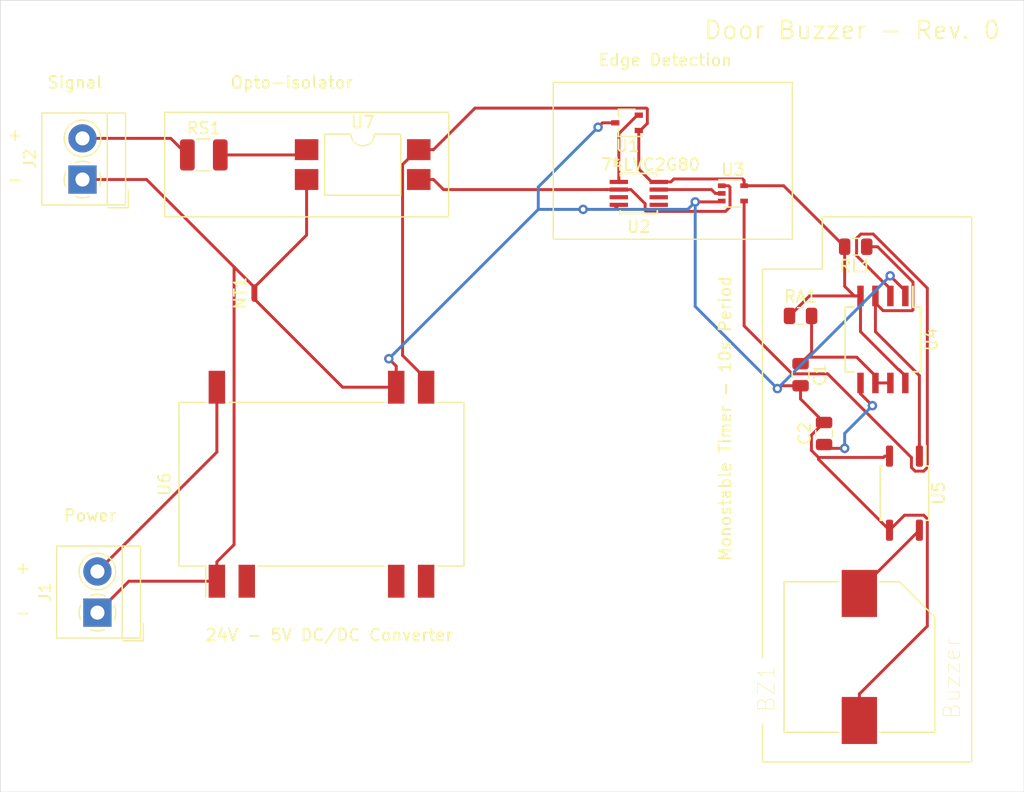
<source format=kicad_pcb>
(kicad_pcb (version 20171130) (host pcbnew "(5.1.2)-1")

  (general
    (thickness 1.6)
    (drawings 32)
    (tracks 159)
    (zones 0)
    (modules 16)
    (nets 18)
  )

  (page USLetter)
  (title_block
    (title "Door Buzzer")
    (date 2019-07-22)
    (rev 0)
    (company "Circuit Launch")
  )

  (layers
    (0 F.Cu signal)
    (31 B.Cu signal)
    (32 B.Adhes user)
    (33 F.Adhes user)
    (34 B.Paste user)
    (35 F.Paste user)
    (36 B.SilkS user)
    (37 F.SilkS user)
    (38 B.Mask user)
    (39 F.Mask user)
    (40 Dwgs.User user)
    (41 Cmts.User user)
    (42 Eco1.User user)
    (43 Eco2.User user)
    (44 Edge.Cuts user)
    (45 Margin user)
    (46 B.CrtYd user)
    (47 F.CrtYd user)
    (48 B.Fab user)
    (49 F.Fab user)
  )

  (setup
    (last_trace_width 0.25)
    (trace_clearance 0.25)
    (zone_clearance 0.508)
    (zone_45_only no)
    (trace_min 0.25)
    (via_size 0.8)
    (via_drill 0.4)
    (via_min_size 0.4)
    (via_min_drill 0.3)
    (uvia_size 0.3)
    (uvia_drill 0.1)
    (uvias_allowed no)
    (uvia_min_size 0.2)
    (uvia_min_drill 0.1)
    (edge_width 0.05)
    (segment_width 0.2)
    (pcb_text_width 0.3)
    (pcb_text_size 1.5 1.5)
    (mod_edge_width 0.12)
    (mod_text_size 1 1)
    (mod_text_width 0.15)
    (pad_size 1.524 1.524)
    (pad_drill 0.762)
    (pad_to_mask_clearance 0.051)
    (solder_mask_min_width 0.25)
    (aux_axis_origin 0 0)
    (visible_elements 7FFFFFFF)
    (pcbplotparams
      (layerselection 0x010fc_ffffffff)
      (usegerberextensions false)
      (usegerberattributes false)
      (usegerberadvancedattributes false)
      (creategerberjobfile false)
      (excludeedgelayer true)
      (linewidth 0.100000)
      (plotframeref false)
      (viasonmask false)
      (mode 1)
      (useauxorigin false)
      (hpglpennumber 1)
      (hpglpenspeed 20)
      (hpglpendiameter 15.000000)
      (psnegative false)
      (psa4output false)
      (plotreference true)
      (plotvalue true)
      (plotinvisibletext false)
      (padsonsilk false)
      (subtractmaskfromsilk false)
      (outputformat 1)
      (mirror false)
      (drillshape 1)
      (scaleselection 1)
      (outputdirectory ""))
  )

  (net 0 "")
  (net 1 "Net-(BZ1-Pad1)")
  (net 2 "Net-(C1-Pad1)")
  (net 3 GND)
  (net 4 "Net-(C2-Pad1)")
  (net 5 /Input)
  (net 6 /TimerOutput)
  (net 7 /Clock)
  (net 8 "Net-(U2-Pad7)")
  (net 9 /EdgeDetection)
  (net 10 "Net-(J2-Pad2)")
  (net 11 "Net-(U6-Pad7)")
  (net 12 "Net-(U6-Pad8)")
  (net 13 "Net-(RS1-Pad2)")
  (net 14 +24V)
  (net 15 "Net-(U6-Pad2)")
  (net 16 GNDD)
  (net 17 +5V)

  (net_class Default "This is the default net class."
    (clearance 0.25)
    (trace_width 0.25)
    (via_dia 0.8)
    (via_drill 0.4)
    (uvia_dia 0.3)
    (uvia_drill 0.1)
    (diff_pair_width 0.25)
    (diff_pair_gap 0.25)
    (add_net +24V)
    (add_net +5V)
    (add_net /Clock)
    (add_net /EdgeDetection)
    (add_net /Input)
    (add_net /TimerOutput)
    (add_net GND)
    (add_net GNDD)
    (add_net "Net-(BZ1-Pad1)")
    (add_net "Net-(C1-Pad1)")
    (add_net "Net-(C2-Pad1)")
    (add_net "Net-(J2-Pad2)")
    (add_net "Net-(RS1-Pad2)")
    (add_net "Net-(U2-Pad7)")
    (add_net "Net-(U6-Pad2)")
    (add_net "Net-(U6-Pad7)")
    (add_net "Net-(U6-Pad8)")
  )

  (module Package_SO:SO-8_5.3x6.2mm_P1.27mm placed (layer F.Cu) (tedit 5A02F2D3) (tstamp 5D3A7217)
    (at 127.71 98.69 270)
    (descr "8-Lead Plastic Small Outline, 5.3x6.2mm Body (http://www.ti.com.cn/cn/lit/ds/symlink/tl7705a.pdf)")
    (tags "SOIC 1.27")
    (path /5CD1CA38)
    (attr smd)
    (fp_text reference U4 (at 0 -4.13 90) (layer F.SilkS)
      (effects (font (size 1 1) (thickness 0.15)))
    )
    (fp_text value NE555 (at 0 4.13 90) (layer F.Fab)
      (effects (font (size 1 1) (thickness 0.15)))
    )
    (fp_line (start -2.75 -2.55) (end -4.5 -2.55) (layer F.SilkS) (width 0.15))
    (fp_line (start -2.75 3.205) (end 2.75 3.205) (layer F.SilkS) (width 0.15))
    (fp_line (start -2.75 -3.205) (end 2.75 -3.205) (layer F.SilkS) (width 0.15))
    (fp_line (start -2.75 3.205) (end -2.75 2.455) (layer F.SilkS) (width 0.15))
    (fp_line (start 2.75 3.205) (end 2.75 2.455) (layer F.SilkS) (width 0.15))
    (fp_line (start 2.75 -3.205) (end 2.75 -2.455) (layer F.SilkS) (width 0.15))
    (fp_line (start -2.75 -3.205) (end -2.75 -2.55) (layer F.SilkS) (width 0.15))
    (fp_line (start -4.83 3.35) (end 4.83 3.35) (layer F.CrtYd) (width 0.05))
    (fp_line (start -4.83 -3.35) (end 4.83 -3.35) (layer F.CrtYd) (width 0.05))
    (fp_line (start 4.83 -3.35) (end 4.83 3.35) (layer F.CrtYd) (width 0.05))
    (fp_line (start -4.83 -3.35) (end -4.83 3.35) (layer F.CrtYd) (width 0.05))
    (fp_line (start -2.65 -2.1) (end -1.65 -3.1) (layer F.Fab) (width 0.15))
    (fp_line (start -2.65 3.1) (end -2.65 -2.1) (layer F.Fab) (width 0.15))
    (fp_line (start 2.65 3.1) (end -2.65 3.1) (layer F.Fab) (width 0.15))
    (fp_line (start 2.65 -3.1) (end 2.65 3.1) (layer F.Fab) (width 0.15))
    (fp_line (start -1.65 -3.1) (end 2.65 -3.1) (layer F.Fab) (width 0.15))
    (fp_text user %R (at 0 0 90) (layer F.Fab)
      (effects (font (size 1 1) (thickness 0.15)))
    )
    (pad 8 smd rect (at 3.7 -1.905 270) (size 1.75 0.55) (layers F.Cu F.Paste F.Mask)
      (net 17 +5V))
    (pad 7 smd rect (at 3.7 -0.635 270) (size 1.75 0.55) (layers F.Cu F.Paste F.Mask)
      (net 2 "Net-(C1-Pad1)"))
    (pad 6 smd rect (at 3.7 0.635 270) (size 1.75 0.55) (layers F.Cu F.Paste F.Mask)
      (net 2 "Net-(C1-Pad1)"))
    (pad 5 smd rect (at 3.7 1.905 270) (size 1.75 0.55) (layers F.Cu F.Paste F.Mask)
      (net 4 "Net-(C2-Pad1)"))
    (pad 4 smd rect (at -3.7 1.905 270) (size 1.75 0.55) (layers F.Cu F.Paste F.Mask)
      (net 17 +5V))
    (pad 3 smd rect (at -3.7 0.635 270) (size 1.75 0.55) (layers F.Cu F.Paste F.Mask)
      (net 6 /TimerOutput))
    (pad 2 smd rect (at -3.7 -0.635 270) (size 1.75 0.55) (layers F.Cu F.Paste F.Mask)
      (net 9 /EdgeDetection))
    (pad 1 smd rect (at -3.7 -1.905 270) (size 1.75 0.55) (layers F.Cu F.Paste F.Mask)
      (net 16 GNDD))
    (model ${KISYS3DMOD}/Package_SO.3dshapes/SO-8_5.3x6.2mm_P1.27mm.wrl
      (at (xyz 0 0 0))
      (scale (xyz 1 1 1))
      (rotate (xyz 0 0 0))
    )
  )

  (module NetTie:NetTie-2_SMD_Pad0.5mm placed (layer F.Cu) (tedit 5A1CF6D3) (tstamp 5D3A7352)
    (at 74.295 94.75 90)
    (descr "Net tie, 2 pin, 0.5mm square SMD pads")
    (tags "net tie")
    (path /5D3C9BF9)
    (attr virtual)
    (fp_text reference NT1 (at 0 -1.2 90) (layer F.SilkS)
      (effects (font (size 1 1) (thickness 0.15)))
    )
    (fp_text value Net-Tie_2 (at 0 1.2 90) (layer F.Fab)
      (effects (font (size 1 1) (thickness 0.15)))
    )
    (fp_line (start -1 -0.5) (end -1 0.5) (layer F.CrtYd) (width 0.05))
    (fp_line (start -1 0.5) (end 1 0.5) (layer F.CrtYd) (width 0.05))
    (fp_line (start 1 0.5) (end 1 -0.5) (layer F.CrtYd) (width 0.05))
    (fp_line (start 1 -0.5) (end -1 -0.5) (layer F.CrtYd) (width 0.05))
    (fp_poly (pts (xy -0.5 -0.25) (xy 0.5 -0.25) (xy 0.5 0.25) (xy -0.5 0.25)) (layer F.Cu) (width 0))
    (pad 2 smd circle (at 0.5 0 90) (size 0.5 0.5) (layers F.Cu)
      (net 3 GND))
    (pad 1 smd circle (at -0.5 0 90) (size 0.5 0.5) (layers F.Cu)
      (net 16 GNDD))
  )

  (module Resistor_SMD:R_0805_2012Metric (layer F.Cu) (tedit 5B36C52B) (tstamp 5D3A72F5)
    (at 125.3975 90.805 180)
    (descr "Resistor SMD 0805 (2012 Metric), square (rectangular) end terminal, IPC_7351 nominal, (Body size source: https://docs.google.com/spreadsheets/d/1BsfQQcO9C6DZCsRaXUlFlo91Tg2WpOkGARC1WS5S8t0/edit?usp=sharing), generated with kicad-footprint-generator")
    (tags resistor)
    (path /5CE932F1)
    (attr smd)
    (fp_text reference RL1 (at 0 -1.65) (layer F.SilkS)
      (effects (font (size 1 1) (thickness 0.15)))
    )
    (fp_text value 1M (at 0 1.65) (layer F.Fab)
      (effects (font (size 1 1) (thickness 0.15)))
    )
    (fp_text user %R (at 0 0) (layer F.Fab)
      (effects (font (size 0.5 0.5) (thickness 0.08)))
    )
    (fp_line (start 1.68 0.95) (end -1.68 0.95) (layer F.CrtYd) (width 0.05))
    (fp_line (start 1.68 -0.95) (end 1.68 0.95) (layer F.CrtYd) (width 0.05))
    (fp_line (start -1.68 -0.95) (end 1.68 -0.95) (layer F.CrtYd) (width 0.05))
    (fp_line (start -1.68 0.95) (end -1.68 -0.95) (layer F.CrtYd) (width 0.05))
    (fp_line (start -0.258578 0.71) (end 0.258578 0.71) (layer F.SilkS) (width 0.12))
    (fp_line (start -0.258578 -0.71) (end 0.258578 -0.71) (layer F.SilkS) (width 0.12))
    (fp_line (start 1 0.6) (end -1 0.6) (layer F.Fab) (width 0.1))
    (fp_line (start 1 -0.6) (end 1 0.6) (layer F.Fab) (width 0.1))
    (fp_line (start -1 -0.6) (end 1 -0.6) (layer F.Fab) (width 0.1))
    (fp_line (start -1 0.6) (end -1 -0.6) (layer F.Fab) (width 0.1))
    (pad 2 smd roundrect (at 0.9375 0 180) (size 0.975 1.4) (layers F.Cu F.Paste F.Mask) (roundrect_rratio 0.25)
      (net 17 +5V))
    (pad 1 smd roundrect (at -0.9375 0 180) (size 0.975 1.4) (layers F.Cu F.Paste F.Mask) (roundrect_rratio 0.25)
      (net 6 /TimerOutput))
    (model ${KISYS3DMOD}/Resistor_SMD.3dshapes/R_0805_2012Metric.wrl
      (at (xyz 0 0 0))
      (scale (xyz 1 1 1))
      (rotate (xyz 0 0 0))
    )
  )

  (module Resistor_SMD:R_0805_2012Metric (layer F.Cu) (tedit 5B36C52B) (tstamp 5D3A5140)
    (at 120.71 96.69)
    (descr "Resistor SMD 0805 (2012 Metric), square (rectangular) end terminal, IPC_7351 nominal, (Body size source: https://docs.google.com/spreadsheets/d/1BsfQQcO9C6DZCsRaXUlFlo91Tg2WpOkGARC1WS5S8t0/edit?usp=sharing), generated with kicad-footprint-generator")
    (tags resistor)
    (path /5CE8BE30)
    (attr smd)
    (fp_text reference RA1 (at 0 -1.65) (layer F.SilkS)
      (effects (font (size 1 1) (thickness 0.15)))
    )
    (fp_text value 1M (at 0 1.65) (layer F.Fab)
      (effects (font (size 1 1) (thickness 0.15)))
    )
    (fp_text user %R (at 0 0) (layer F.Fab)
      (effects (font (size 0.5 0.5) (thickness 0.08)))
    )
    (fp_line (start 1.68 0.95) (end -1.68 0.95) (layer F.CrtYd) (width 0.05))
    (fp_line (start 1.68 -0.95) (end 1.68 0.95) (layer F.CrtYd) (width 0.05))
    (fp_line (start -1.68 -0.95) (end 1.68 -0.95) (layer F.CrtYd) (width 0.05))
    (fp_line (start -1.68 0.95) (end -1.68 -0.95) (layer F.CrtYd) (width 0.05))
    (fp_line (start -0.258578 0.71) (end 0.258578 0.71) (layer F.SilkS) (width 0.12))
    (fp_line (start -0.258578 -0.71) (end 0.258578 -0.71) (layer F.SilkS) (width 0.12))
    (fp_line (start 1 0.6) (end -1 0.6) (layer F.Fab) (width 0.1))
    (fp_line (start 1 -0.6) (end 1 0.6) (layer F.Fab) (width 0.1))
    (fp_line (start -1 -0.6) (end 1 -0.6) (layer F.Fab) (width 0.1))
    (fp_line (start -1 0.6) (end -1 -0.6) (layer F.Fab) (width 0.1))
    (pad 2 smd roundrect (at 0.9375 0) (size 0.975 1.4) (layers F.Cu F.Paste F.Mask) (roundrect_rratio 0.25)
      (net 2 "Net-(C1-Pad1)"))
    (pad 1 smd roundrect (at -0.9375 0) (size 0.975 1.4) (layers F.Cu F.Paste F.Mask) (roundrect_rratio 0.25)
      (net 17 +5V))
    (model ${KISYS3DMOD}/Resistor_SMD.3dshapes/R_0805_2012Metric.wrl
      (at (xyz 0 0 0))
      (scale (xyz 1 1 1))
      (rotate (xyz 0 0 0))
    )
  )

  (module Converter_DCDC:Converter_DCDC_Artesyn_ATA_SMD placed (layer F.Cu) (tedit 5BF2C1CB) (tstamp 5D3A5230)
    (at 80 111 90)
    (descr "DCDC-Converter, Artesyn, ATA Series, 3W Single and Dual Output, 1500VDC Isolation, 24.0x13.7x8.0mm https://www.artesyn.com/power/assets/ata_series_ds_01apr2015_79c25814fd.pdf https://www.artesyn.com/power/assets/trn_dc-dc_ata_3w_series_releas1430412818_techref.pdf")
    (tags "DCDC SMD")
    (path /5D3D0A63)
    (attr smd)
    (fp_text reference U6 (at 0 -13.35 90) (layer F.SilkS)
      (effects (font (size 1 1) (thickness 0.15)))
    )
    (fp_text value ATA00A18S-L (at 0 13.5 90) (layer F.Fab)
      (effects (font (size 1 1) (thickness 0.15)))
    )
    (fp_text user %R (at 0 0 90) (layer F.Fab)
      (effects (font (size 1 1) (thickness 0.15)))
    )
    (fp_line (start 6.96 -7.93) (end 6.96 5.4) (layer F.SilkS) (width 0.12))
    (fp_line (start -6.96 -5.4) (end -6.96 5.39) (layer F.SilkS) (width 0.12))
    (fp_line (start -6.85 -11) (end -5.85 -12) (layer F.Fab) (width 0.1))
    (fp_line (start -7.1 9.84) (end -7.1 12.25) (layer F.CrtYd) (width 0.05))
    (fp_line (start -9.9 9.84) (end -7.1 9.84) (layer F.CrtYd) (width 0.05))
    (fp_line (start 7.1 9.84) (end 7.1 12.25) (layer F.CrtYd) (width 0.05))
    (fp_line (start 9.9 9.84) (end 7.1 9.84) (layer F.CrtYd) (width 0.05))
    (fp_line (start 7.1 -9.84) (end 9.9 -9.84) (layer F.CrtYd) (width 0.05))
    (fp_line (start 7.1 -12.25) (end 7.1 -9.84) (layer F.CrtYd) (width 0.05))
    (fp_line (start -7.1 -9.84) (end -7.1 -12.25) (layer F.CrtYd) (width 0.05))
    (fp_line (start -9.9 -9.84) (end -7.1 -9.84) (layer F.CrtYd) (width 0.05))
    (fp_line (start 6.96 9.84) (end 6.96 12.11) (layer F.SilkS) (width 0.12))
    (fp_line (start -6.96 9.84) (end -6.96 12.11) (layer F.SilkS) (width 0.12))
    (fp_line (start 6.96 12.11) (end -6.96 12.11) (layer F.SilkS) (width 0.12))
    (fp_line (start 6.96 -12.11) (end 6.96 -9.84) (layer F.SilkS) (width 0.12))
    (fp_line (start -6.96 -9.84) (end -9.55 -9.84) (layer F.SilkS) (width 0.12))
    (fp_line (start -6.96 -12.11) (end -6.96 -9.84) (layer F.SilkS) (width 0.12))
    (fp_line (start 6.96 -12.11) (end -6.96 -12.11) (layer F.SilkS) (width 0.12))
    (fp_line (start 9.9 9.84) (end 9.9 -9.84) (layer F.CrtYd) (width 0.05))
    (fp_line (start -7.1 12.25) (end 7.1 12.25) (layer F.CrtYd) (width 0.05))
    (fp_line (start -9.9 -9.84) (end -9.9 9.84) (layer F.CrtYd) (width 0.05))
    (fp_line (start 7.1 -12.25) (end -7.1 -12.25) (layer F.CrtYd) (width 0.05))
    (fp_line (start 6.85 -12) (end -5.85 -12) (layer F.Fab) (width 0.1))
    (fp_line (start 6.85 12) (end 6.85 -12) (layer F.Fab) (width 0.1))
    (fp_line (start -6.85 12) (end 6.85 12) (layer F.Fab) (width 0.1))
    (fp_line (start -6.85 -11) (end -6.85 12) (layer F.Fab) (width 0.1))
    (pad 16 smd rect (at 8.25 -8.89 90) (size 2.8 1.4) (layers F.Cu F.Paste F.Mask)
      (net 14 +24V))
    (pad 10 smd rect (at 8.25 6.35 90) (size 2.8 1.4) (layers F.Cu F.Paste F.Mask)
      (net 16 GNDD))
    (pad 9 smd rect (at 8.25 8.89 90) (size 2.8 1.4) (layers F.Cu F.Paste F.Mask)
      (net 17 +5V))
    (pad 8 smd rect (at -8.25 8.89 90) (size 2.8 1.4) (layers F.Cu F.Paste F.Mask)
      (net 12 "Net-(U6-Pad8)"))
    (pad 7 smd rect (at -8.25 6.35 90) (size 2.8 1.4) (layers F.Cu F.Paste F.Mask)
      (net 11 "Net-(U6-Pad7)"))
    (pad 2 smd rect (at -8.25 -6.35 90) (size 2.8 1.4) (layers F.Cu F.Paste F.Mask)
      (net 15 "Net-(U6-Pad2)"))
    (pad 1 smd rect (at -8.25 -8.89 90) (size 2.8 1.4) (layers F.Cu F.Paste F.Mask)
      (net 3 GND))
    (model ${KISYS3DMOD}/Converter_DCDC.3dshapes/Converter_DCDC_Artesyn_ATA_SMD.wrl
      (at (xyz 0 0 0))
      (scale (xyz 1 1 1))
      (rotate (xyz 0 0 0))
    )
  )

  (module Package_DIP:SMDIP-4_W9.53mm placed (layer F.Cu) (tedit 5A02E8C5) (tstamp 5D3A6C28)
    (at 83.5 83.82)
    (descr "4-lead surface-mounted (SMD) DIP package, row spacing 9.53 mm (375 mils)")
    (tags "SMD DIP DIL PDIP SMDIP 2.54mm 9.53mm 375mil")
    (path /5D38E560)
    (attr smd)
    (fp_text reference U7 (at 0 -3.6) (layer F.SilkS)
      (effects (font (size 1 1) (thickness 0.15)))
    )
    (fp_text value LTV-817S (at 0 3.6) (layer F.Fab)
      (effects (font (size 1 1) (thickness 0.15)))
    )
    (fp_text user %R (at 0 0) (layer F.Fab)
      (effects (font (size 1 1) (thickness 0.15)))
    )
    (fp_line (start 6.05 -2.8) (end -6.05 -2.8) (layer F.CrtYd) (width 0.05))
    (fp_line (start 6.05 2.8) (end 6.05 -2.8) (layer F.CrtYd) (width 0.05))
    (fp_line (start -6.05 2.8) (end 6.05 2.8) (layer F.CrtYd) (width 0.05))
    (fp_line (start -6.05 -2.8) (end -6.05 2.8) (layer F.CrtYd) (width 0.05))
    (fp_line (start 3.235 -2.6) (end 1 -2.6) (layer F.SilkS) (width 0.12))
    (fp_line (start 3.235 2.6) (end 3.235 -2.6) (layer F.SilkS) (width 0.12))
    (fp_line (start -3.235 2.6) (end 3.235 2.6) (layer F.SilkS) (width 0.12))
    (fp_line (start -3.235 -2.6) (end -3.235 2.6) (layer F.SilkS) (width 0.12))
    (fp_line (start -1 -2.6) (end -3.235 -2.6) (layer F.SilkS) (width 0.12))
    (fp_line (start -3.175 -1.54) (end -2.175 -2.54) (layer F.Fab) (width 0.1))
    (fp_line (start -3.175 2.54) (end -3.175 -1.54) (layer F.Fab) (width 0.1))
    (fp_line (start 3.175 2.54) (end -3.175 2.54) (layer F.Fab) (width 0.1))
    (fp_line (start 3.175 -2.54) (end 3.175 2.54) (layer F.Fab) (width 0.1))
    (fp_line (start -2.175 -2.54) (end 3.175 -2.54) (layer F.Fab) (width 0.1))
    (fp_arc (start 0 -2.6) (end -1 -2.6) (angle -180) (layer F.SilkS) (width 0.12))
    (pad 4 smd rect (at 4.765 -1.27) (size 2 1.78) (layers F.Cu F.Paste F.Mask)
      (net 17 +5V))
    (pad 2 smd rect (at -4.765 1.27) (size 2 1.78) (layers F.Cu F.Paste F.Mask)
      (net 3 GND))
    (pad 3 smd rect (at 4.765 1.27) (size 2 1.78) (layers F.Cu F.Paste F.Mask)
      (net 5 /Input))
    (pad 1 smd rect (at -4.765 -1.27) (size 2 1.78) (layers F.Cu F.Paste F.Mask)
      (net 13 "Net-(RS1-Pad2)"))
    (model ${KISYS3DMOD}/Package_DIP.3dshapes/SMDIP-4_W9.53mm.wrl
      (at (xyz 0 0 0))
      (scale (xyz 1 1 1))
      (rotate (xyz 0 0 0))
    )
  )

  (module CT-1205CL-SMT:CUI_CT-1205CL-SMT placed (layer F.Cu) (tedit 0) (tstamp 5D3A509D)
    (at 125.71 125.69 90)
    (path /5CF71557)
    (attr smd)
    (fp_text reference BZ1 (at -2.69606 -7.89503 90) (layer F.SilkS)
      (effects (font (size 1.40107 1.40107) (thickness 0.05)))
    )
    (fp_text value Buzzer (at -1.80663 7.86811 90) (layer F.SilkS)
      (effects (font (size 1.40127 1.40127) (thickness 0.05)))
    )
    (fp_line (start -6.65 -1.75) (end -6.65 -6.65) (layer Eco1.User) (width 0.05))
    (fp_line (start -7.65 -1.75) (end -6.65 -1.75) (layer Eco1.User) (width 0.05))
    (fp_line (start -7.65 1.75) (end -7.65 -1.75) (layer Eco1.User) (width 0.05))
    (fp_line (start -6.65 1.75) (end -7.65 1.75) (layer Eco1.User) (width 0.05))
    (fp_line (start -6.65 6.65) (end -6.65 1.75) (layer Eco1.User) (width 0.05))
    (fp_line (start 3.65 6.65) (end -6.65 6.65) (layer Eco1.User) (width 0.05))
    (fp_line (start 6.65 3.65) (end 3.65 6.65) (layer Eco1.User) (width 0.05))
    (fp_line (start 6.65 1.75) (end 6.65 3.65) (layer Eco1.User) (width 0.05))
    (fp_line (start 7.65 1.75) (end 6.65 1.75) (layer Eco1.User) (width 0.05))
    (fp_line (start 7.65 -1.75) (end 7.65 1.75) (layer Eco1.User) (width 0.05))
    (fp_line (start 6.65 -1.75) (end 7.65 -1.75) (layer Eco1.User) (width 0.05))
    (fp_line (start 6.65 -6.65) (end 6.65 -1.75) (layer Eco1.User) (width 0.05))
    (fp_line (start -6.65 -6.65) (end 6.65 -6.65) (layer Eco1.User) (width 0.05))
    (fp_line (start -6.4 6.4) (end -6.4 1.75) (layer F.SilkS) (width 0.127))
    (fp_line (start 3.4 6.4) (end -6.4 6.4) (layer F.SilkS) (width 0.127))
    (fp_line (start 6.4 3.4) (end 3.4 6.4) (layer F.SilkS) (width 0.127))
    (fp_line (start 6.4 1.75) (end 6.4 3.4) (layer F.SilkS) (width 0.127))
    (fp_line (start 6.4 -6.4) (end 6.4 -1.75) (layer F.SilkS) (width 0.127))
    (fp_line (start -6.4 -6.4) (end 6.4 -6.4) (layer F.SilkS) (width 0.127))
    (fp_line (start -6.4 -1.75) (end -6.4 -6.4) (layer F.SilkS) (width 0.127))
    (fp_line (start -6.4 6.4) (end -6.4 -6.4) (layer Eco2.User) (width 0.127))
    (fp_line (start 3.4 6.4) (end -6.4 6.4) (layer Eco2.User) (width 0.127))
    (fp_line (start 6.4 3.4) (end 3.4 6.4) (layer Eco2.User) (width 0.127))
    (fp_line (start 6.4 -6.4) (end 6.4 3.4) (layer Eco2.User) (width 0.127))
    (fp_line (start -6.4 -6.4) (end 6.4 -6.4) (layer Eco2.User) (width 0.127))
    (pad 1 smd rect (at 5.4 0 90) (size 4 3) (layers F.Cu F.Paste F.Mask)
      (net 1 "Net-(BZ1-Pad1)"))
    (pad 2 smd rect (at -5.4 0 90) (size 4 3) (layers F.Cu F.Paste F.Mask)
      (net 16 GNDD))
  )

  (module Package_TO_SOT_SMD:SOT-323_SC-70 placed (layer F.Cu) (tedit 5A02FF57) (tstamp 5D3A5177)
    (at 105.965 80.27 180)
    (descr "SOT-323, SC-70")
    (tags "SOT-323 SC-70")
    (path /5CE7CA21)
    (attr smd)
    (fp_text reference U1 (at -0.05 -1.95) (layer F.SilkS)
      (effects (font (size 1 1) (thickness 0.15)))
    )
    (fp_text value MAX7375AXR105 (at -0.05 2.05) (layer F.Fab)
      (effects (font (size 1 1) (thickness 0.15)))
    )
    (fp_line (start -0.18 -1.1) (end -0.68 -0.6) (layer F.Fab) (width 0.1))
    (fp_line (start 0.67 1.1) (end -0.68 1.1) (layer F.Fab) (width 0.1))
    (fp_line (start 0.67 -1.1) (end 0.67 1.1) (layer F.Fab) (width 0.1))
    (fp_line (start -0.68 -0.6) (end -0.68 1.1) (layer F.Fab) (width 0.1))
    (fp_line (start 0.67 -1.1) (end -0.18 -1.1) (layer F.Fab) (width 0.1))
    (fp_line (start -0.68 1.16) (end 0.73 1.16) (layer F.SilkS) (width 0.12))
    (fp_line (start 0.73 -1.16) (end -1.3 -1.16) (layer F.SilkS) (width 0.12))
    (fp_line (start -1.7 1.3) (end -1.7 -1.3) (layer F.CrtYd) (width 0.05))
    (fp_line (start -1.7 -1.3) (end 1.7 -1.3) (layer F.CrtYd) (width 0.05))
    (fp_line (start 1.7 -1.3) (end 1.7 1.3) (layer F.CrtYd) (width 0.05))
    (fp_line (start 1.7 1.3) (end -1.7 1.3) (layer F.CrtYd) (width 0.05))
    (fp_line (start 0.73 -1.16) (end 0.73 -0.5) (layer F.SilkS) (width 0.12))
    (fp_line (start 0.73 0.5) (end 0.73 1.16) (layer F.SilkS) (width 0.12))
    (fp_text user %R (at 0 0 90) (layer F.Fab)
      (effects (font (size 0.5 0.5) (thickness 0.075)))
    )
    (pad 3 smd rect (at 1 0 90) (size 0.45 0.7) (layers F.Cu F.Paste F.Mask)
      (net 16 GNDD))
    (pad 2 smd rect (at -1 0.65 90) (size 0.45 0.7) (layers F.Cu F.Paste F.Mask)
      (net 7 /Clock))
    (pad 1 smd rect (at -1 -0.65 90) (size 0.45 0.7) (layers F.Cu F.Paste F.Mask)
      (net 17 +5V))
    (model ${KISYS3DMOD}/Package_TO_SOT_SMD.3dshapes/SOT-323_SC-70.wrl
      (at (xyz 0 0 0))
      (scale (xyz 1 1 1))
      (rotate (xyz 0 0 0))
    )
  )

  (module Capacitor_SMD:C_0805_2012Metric placed (layer F.Cu) (tedit 5B36C52B) (tstamp 5D3A50BF)
    (at 122.71 106.69 90)
    (descr "Capacitor SMD 0805 (2012 Metric), square (rectangular) end terminal, IPC_7351 nominal, (Body size source: https://docs.google.com/spreadsheets/d/1BsfQQcO9C6DZCsRaXUlFlo91Tg2WpOkGARC1WS5S8t0/edit?usp=sharing), generated with kicad-footprint-generator")
    (tags capacitor)
    (path /5CE91A4D)
    (attr smd)
    (fp_text reference C2 (at 0 -1.65 90) (layer F.SilkS)
      (effects (font (size 1 1) (thickness 0.15)))
    )
    (fp_text value 10u (at 0 1.65 90) (layer F.Fab)
      (effects (font (size 1 1) (thickness 0.15)))
    )
    (fp_text user %R (at 0 0 90) (layer F.Fab)
      (effects (font (size 0.5 0.5) (thickness 0.08)))
    )
    (fp_line (start 1.68 0.95) (end -1.68 0.95) (layer F.CrtYd) (width 0.05))
    (fp_line (start 1.68 -0.95) (end 1.68 0.95) (layer F.CrtYd) (width 0.05))
    (fp_line (start -1.68 -0.95) (end 1.68 -0.95) (layer F.CrtYd) (width 0.05))
    (fp_line (start -1.68 0.95) (end -1.68 -0.95) (layer F.CrtYd) (width 0.05))
    (fp_line (start -0.258578 0.71) (end 0.258578 0.71) (layer F.SilkS) (width 0.12))
    (fp_line (start -0.258578 -0.71) (end 0.258578 -0.71) (layer F.SilkS) (width 0.12))
    (fp_line (start 1 0.6) (end -1 0.6) (layer F.Fab) (width 0.1))
    (fp_line (start 1 -0.6) (end 1 0.6) (layer F.Fab) (width 0.1))
    (fp_line (start -1 -0.6) (end 1 -0.6) (layer F.Fab) (width 0.1))
    (fp_line (start -1 0.6) (end -1 -0.6) (layer F.Fab) (width 0.1))
    (pad 2 smd roundrect (at 0.9375 0 90) (size 0.975 1.4) (layers F.Cu F.Paste F.Mask) (roundrect_rratio 0.25)
      (net 16 GNDD))
    (pad 1 smd roundrect (at -0.9375 0 90) (size 0.975 1.4) (layers F.Cu F.Paste F.Mask) (roundrect_rratio 0.25)
      (net 4 "Net-(C2-Pad1)"))
    (model ${KISYS3DMOD}/Capacitor_SMD.3dshapes/C_0805_2012Metric.wrl
      (at (xyz 0 0 0))
      (scale (xyz 1 1 1))
      (rotate (xyz 0 0 0))
    )
  )

  (module Resistor_SMD:R_1210_3225Metric placed (layer F.Cu) (tedit 5B301BBD) (tstamp 5D3A5162)
    (at 70 83)
    (descr "Resistor SMD 1210 (3225 Metric), square (rectangular) end terminal, IPC_7351 nominal, (Body size source: http://www.tortai-tech.com/upload/download/2011102023233369053.pdf), generated with kicad-footprint-generator")
    (tags resistor)
    (path /5D39886C)
    (attr smd)
    (fp_text reference RS1 (at 0 -2.28) (layer F.SilkS)
      (effects (font (size 1 1) (thickness 0.15)))
    )
    (fp_text value 1.15kR (at 0 2.28) (layer F.Fab)
      (effects (font (size 1 1) (thickness 0.15)))
    )
    (fp_text user %R (at 0 0) (layer F.Fab)
      (effects (font (size 0.8 0.8) (thickness 0.12)))
    )
    (fp_line (start 2.28 1.58) (end -2.28 1.58) (layer F.CrtYd) (width 0.05))
    (fp_line (start 2.28 -1.58) (end 2.28 1.58) (layer F.CrtYd) (width 0.05))
    (fp_line (start -2.28 -1.58) (end 2.28 -1.58) (layer F.CrtYd) (width 0.05))
    (fp_line (start -2.28 1.58) (end -2.28 -1.58) (layer F.CrtYd) (width 0.05))
    (fp_line (start -0.602064 1.36) (end 0.602064 1.36) (layer F.SilkS) (width 0.12))
    (fp_line (start -0.602064 -1.36) (end 0.602064 -1.36) (layer F.SilkS) (width 0.12))
    (fp_line (start 1.6 1.25) (end -1.6 1.25) (layer F.Fab) (width 0.1))
    (fp_line (start 1.6 -1.25) (end 1.6 1.25) (layer F.Fab) (width 0.1))
    (fp_line (start -1.6 -1.25) (end 1.6 -1.25) (layer F.Fab) (width 0.1))
    (fp_line (start -1.6 1.25) (end -1.6 -1.25) (layer F.Fab) (width 0.1))
    (pad 2 smd roundrect (at 1.4 0) (size 1.25 2.65) (layers F.Cu F.Paste F.Mask) (roundrect_rratio 0.2)
      (net 13 "Net-(RS1-Pad2)"))
    (pad 1 smd roundrect (at -1.4 0) (size 1.25 2.65) (layers F.Cu F.Paste F.Mask) (roundrect_rratio 0.2)
      (net 10 "Net-(J2-Pad2)"))
    (model ${KISYS3DMOD}/Resistor_SMD.3dshapes/R_1210_3225Metric.wrl
      (at (xyz 0 0 0))
      (scale (xyz 1 1 1))
      (rotate (xyz 0 0 0))
    )
  )

  (module SN74LVC2G80DCTR:SN74LVC2G80DCTR placed (layer F.Cu) (tedit 0) (tstamp 5D3A7797)
    (at 106.965 86.27)
    (path /5D3B6DD4)
    (fp_text reference U2 (at 0 2.835001) (layer F.SilkS)
      (effects (font (size 1 1) (thickness 0.15)))
    )
    (fp_text value 74LVC2G80 (at 0.985 -2.45) (layer F.SilkS)
      (effects (font (size 1 1) (thickness 0.15)))
    )
    (fp_arc (start 0 -1.5748) (end 0.3048 -1.5748) (angle 180) (layer F.Fab) (width 0.1524))
    (fp_line (start -1.7018 1.4068) (end -2.7305 1.4068) (layer F.CrtYd) (width 0.1524))
    (fp_line (start -1.7018 1.8288) (end -1.7018 1.4068) (layer F.CrtYd) (width 0.1524))
    (fp_line (start 1.7018 1.8288) (end -1.7018 1.8288) (layer F.CrtYd) (width 0.1524))
    (fp_line (start 1.7018 1.4068) (end 1.7018 1.8288) (layer F.CrtYd) (width 0.1524))
    (fp_line (start 2.7305 1.4068) (end 1.7018 1.4068) (layer F.CrtYd) (width 0.1524))
    (fp_line (start 2.7305 -1.4068) (end 2.7305 1.4068) (layer F.CrtYd) (width 0.1524))
    (fp_line (start 1.7018 -1.4068) (end 2.7305 -1.4068) (layer F.CrtYd) (width 0.1524))
    (fp_line (start 1.7018 -1.8288) (end 1.7018 -1.4068) (layer F.CrtYd) (width 0.1524))
    (fp_line (start -1.7018 -1.8288) (end 1.7018 -1.8288) (layer F.CrtYd) (width 0.1524))
    (fp_line (start -1.7018 -1.4068) (end -1.7018 -1.8288) (layer F.CrtYd) (width 0.1524))
    (fp_line (start -2.7305 -1.4068) (end -1.7018 -1.4068) (layer F.CrtYd) (width 0.1524))
    (fp_line (start -2.7305 1.4068) (end -2.7305 -1.4068) (layer F.CrtYd) (width 0.1524))
    (fp_line (start 1.5748 -1.485539) (end 1.5748 -1.7018) (layer F.SilkS) (width 0.1524))
    (fp_line (start -1.5748 1.485539) (end -1.5748 1.7018) (layer F.SilkS) (width 0.1524))
    (fp_line (start -1.4478 -1.5748) (end -1.4478 1.5748) (layer F.Fab) (width 0.1524))
    (fp_line (start 1.4478 -1.5748) (end -1.4478 -1.5748) (layer F.Fab) (width 0.1524))
    (fp_line (start 1.4478 1.5748) (end 1.4478 -1.5748) (layer F.Fab) (width 0.1524))
    (fp_line (start -1.4478 1.5748) (end 1.4478 1.5748) (layer F.Fab) (width 0.1524))
    (fp_line (start -1.5748 -1.7018) (end -1.5748 -1.485539) (layer F.SilkS) (width 0.1524))
    (fp_line (start 1.5748 -1.7018) (end -1.5748 -1.7018) (layer F.SilkS) (width 0.1524))
    (fp_line (start 1.5748 1.7018) (end 1.5748 1.485539) (layer F.SilkS) (width 0.1524))
    (fp_line (start -1.5748 1.7018) (end 1.5748 1.7018) (layer F.SilkS) (width 0.1524))
    (fp_line (start 2.1209 -1.1274) (end 1.4478 -1.1274) (layer F.Fab) (width 0.1524))
    (fp_line (start 2.1209 -0.8226) (end 2.1209 -1.1274) (layer F.Fab) (width 0.1524))
    (fp_line (start 1.4478 -0.8226) (end 2.1209 -0.8226) (layer F.Fab) (width 0.1524))
    (fp_line (start 1.4478 -1.1274) (end 1.4478 -0.8226) (layer F.Fab) (width 0.1524))
    (fp_line (start 2.1209 -0.4774) (end 1.4478 -0.4774) (layer F.Fab) (width 0.1524))
    (fp_line (start 2.1209 -0.1726) (end 2.1209 -0.4774) (layer F.Fab) (width 0.1524))
    (fp_line (start 1.4478 -0.1726) (end 2.1209 -0.1726) (layer F.Fab) (width 0.1524))
    (fp_line (start 1.4478 -0.4774) (end 1.4478 -0.1726) (layer F.Fab) (width 0.1524))
    (fp_line (start 2.1209 0.1726) (end 1.4478 0.1726) (layer F.Fab) (width 0.1524))
    (fp_line (start 2.1209 0.4774) (end 2.1209 0.1726) (layer F.Fab) (width 0.1524))
    (fp_line (start 1.4478 0.4774) (end 2.1209 0.4774) (layer F.Fab) (width 0.1524))
    (fp_line (start 1.4478 0.1726) (end 1.4478 0.4774) (layer F.Fab) (width 0.1524))
    (fp_line (start 2.1209 0.8226) (end 1.4478 0.8226) (layer F.Fab) (width 0.1524))
    (fp_line (start 2.1209 1.1274) (end 2.1209 0.8226) (layer F.Fab) (width 0.1524))
    (fp_line (start 1.4478 1.1274) (end 2.1209 1.1274) (layer F.Fab) (width 0.1524))
    (fp_line (start 1.4478 0.8226) (end 1.4478 1.1274) (layer F.Fab) (width 0.1524))
    (fp_line (start -2.1209 1.1274) (end -1.4478 1.1274) (layer F.Fab) (width 0.1524))
    (fp_line (start -2.1209 0.8226) (end -2.1209 1.1274) (layer F.Fab) (width 0.1524))
    (fp_line (start -1.4478 0.8226) (end -2.1209 0.8226) (layer F.Fab) (width 0.1524))
    (fp_line (start -1.4478 1.1274) (end -1.4478 0.8226) (layer F.Fab) (width 0.1524))
    (fp_line (start -2.1209 0.4774) (end -1.4478 0.4774) (layer F.Fab) (width 0.1524))
    (fp_line (start -2.1209 0.1726) (end -2.1209 0.4774) (layer F.Fab) (width 0.1524))
    (fp_line (start -1.4478 0.1726) (end -2.1209 0.1726) (layer F.Fab) (width 0.1524))
    (fp_line (start -1.4478 0.4774) (end -1.4478 0.1726) (layer F.Fab) (width 0.1524))
    (fp_line (start -2.1209 -0.1726) (end -1.4478 -0.1726) (layer F.Fab) (width 0.1524))
    (fp_line (start -2.1209 -0.4774) (end -2.1209 -0.1726) (layer F.Fab) (width 0.1524))
    (fp_line (start -1.4478 -0.4774) (end -2.1209 -0.4774) (layer F.Fab) (width 0.1524))
    (fp_line (start -1.4478 -0.1726) (end -1.4478 -0.4774) (layer F.Fab) (width 0.1524))
    (fp_line (start -2.1209 -0.8226) (end -1.4478 -0.8226) (layer F.Fab) (width 0.1524))
    (fp_line (start -2.1209 -1.1274) (end -2.1209 -0.8226) (layer F.Fab) (width 0.1524))
    (fp_line (start -1.4478 -1.1274) (end -2.1209 -1.1274) (layer F.Fab) (width 0.1524))
    (fp_line (start -1.4478 -0.8226) (end -1.4478 -1.1274) (layer F.Fab) (width 0.1524))
    (fp_text user * (at -1.0668 -1.4986) (layer F.Fab)
      (effects (font (size 1 1) (thickness 0.15)))
    )
    (fp_text user * (at -1.94945 -2.4736) (layer F.SilkS)
      (effects (font (size 1 1) (thickness 0.15)))
    )
    (fp_text user "Copyright 2016 Accelerated Designs. All rights reserved." (at 0 0) (layer Cmts.User)
      (effects (font (size 0.127 0.127) (thickness 0.002)))
    )
    (pad 8 smd rect (at 1.69545 -0.974999) (size 1.5621 0.3556) (layers F.Cu F.Paste F.Mask)
      (net 17 +5V))
    (pad 7 smd rect (at 1.69545 -0.325001) (size 1.5621 0.3556) (layers F.Cu F.Paste F.Mask)
      (net 8 "Net-(U2-Pad7)"))
    (pad 6 smd rect (at 1.69545 0.325001) (size 1.5621 0.3556) (layers F.Cu F.Paste F.Mask))
    (pad 5 smd rect (at 1.69545 0.974999) (size 1.5621 0.3556) (layers F.Cu F.Paste F.Mask))
    (pad 4 smd rect (at -1.69545 0.974999) (size 1.5621 0.3556) (layers F.Cu F.Paste F.Mask)
      (net 16 GNDD))
    (pad 3 smd rect (at -1.69545 0.325001) (size 1.5621 0.3556) (layers F.Cu F.Paste F.Mask))
    (pad 2 smd rect (at -1.69545 -0.325001) (size 1.5621 0.3556) (layers F.Cu F.Paste F.Mask)
      (net 5 /Input))
    (pad 1 smd rect (at -1.69545 -0.974999) (size 1.5621 0.3556) (layers F.Cu F.Paste F.Mask)
      (net 7 /Clock))
  )

  (module Capacitor_SMD:C_0805_2012Metric placed (layer F.Cu) (tedit 5B36C52B) (tstamp 5D3A50AE)
    (at 120.71 101.69 270)
    (descr "Capacitor SMD 0805 (2012 Metric), square (rectangular) end terminal, IPC_7351 nominal, (Body size source: https://docs.google.com/spreadsheets/d/1BsfQQcO9C6DZCsRaXUlFlo91Tg2WpOkGARC1WS5S8t0/edit?usp=sharing), generated with kicad-footprint-generator")
    (tags capacitor)
    (path /5CE8FF98)
    (attr smd)
    (fp_text reference C1 (at 0 -1.65 90) (layer F.SilkS)
      (effects (font (size 1 1) (thickness 0.15)))
    )
    (fp_text value 10u (at 0 1.65 90) (layer F.Fab)
      (effects (font (size 1 1) (thickness 0.15)))
    )
    (fp_text user %R (at 0 0 90) (layer F.Fab)
      (effects (font (size 0.5 0.5) (thickness 0.08)))
    )
    (fp_line (start 1.68 0.95) (end -1.68 0.95) (layer F.CrtYd) (width 0.05))
    (fp_line (start 1.68 -0.95) (end 1.68 0.95) (layer F.CrtYd) (width 0.05))
    (fp_line (start -1.68 -0.95) (end 1.68 -0.95) (layer F.CrtYd) (width 0.05))
    (fp_line (start -1.68 0.95) (end -1.68 -0.95) (layer F.CrtYd) (width 0.05))
    (fp_line (start -0.258578 0.71) (end 0.258578 0.71) (layer F.SilkS) (width 0.12))
    (fp_line (start -0.258578 -0.71) (end 0.258578 -0.71) (layer F.SilkS) (width 0.12))
    (fp_line (start 1 0.6) (end -1 0.6) (layer F.Fab) (width 0.1))
    (fp_line (start 1 -0.6) (end 1 0.6) (layer F.Fab) (width 0.1))
    (fp_line (start -1 -0.6) (end 1 -0.6) (layer F.Fab) (width 0.1))
    (fp_line (start -1 0.6) (end -1 -0.6) (layer F.Fab) (width 0.1))
    (pad 2 smd roundrect (at 0.9375 0 270) (size 0.975 1.4) (layers F.Cu F.Paste F.Mask) (roundrect_rratio 0.25)
      (net 16 GNDD))
    (pad 1 smd roundrect (at -0.9375 0 270) (size 0.975 1.4) (layers F.Cu F.Paste F.Mask) (roundrect_rratio 0.25)
      (net 2 "Net-(C1-Pad1)"))
    (model ${KISYS3DMOD}/Capacitor_SMD.3dshapes/C_0805_2012Metric.wrl
      (at (xyz 0 0 0))
      (scale (xyz 1 1 1))
      (rotate (xyz 0 0 0))
    )
  )

  (module Package_TO_SOT_SMD:SOT-353_SC-70-5 placed (layer F.Cu) (tedit 5A02FF57) (tstamp 5D3A51D2)
    (at 114.965 86.27)
    (descr "SOT-353, SC-70-5")
    (tags "SOT-353 SC-70-5")
    (path /5D3BAAA3)
    (attr smd)
    (fp_text reference U3 (at 0 -2) (layer F.SilkS)
      (effects (font (size 1 1) (thickness 0.15)))
    )
    (fp_text value 74AHC1G00 (at 0 2 180) (layer F.Fab)
      (effects (font (size 1 1) (thickness 0.15)))
    )
    (fp_line (start -0.175 -1.1) (end -0.675 -0.6) (layer F.Fab) (width 0.1))
    (fp_line (start 0.675 1.1) (end -0.675 1.1) (layer F.Fab) (width 0.1))
    (fp_line (start 0.675 -1.1) (end 0.675 1.1) (layer F.Fab) (width 0.1))
    (fp_line (start -1.6 1.4) (end 1.6 1.4) (layer F.CrtYd) (width 0.05))
    (fp_line (start -0.675 -0.6) (end -0.675 1.1) (layer F.Fab) (width 0.1))
    (fp_line (start 0.675 -1.1) (end -0.175 -1.1) (layer F.Fab) (width 0.1))
    (fp_line (start -1.6 -1.4) (end 1.6 -1.4) (layer F.CrtYd) (width 0.05))
    (fp_line (start -1.6 -1.4) (end -1.6 1.4) (layer F.CrtYd) (width 0.05))
    (fp_line (start 1.6 1.4) (end 1.6 -1.4) (layer F.CrtYd) (width 0.05))
    (fp_line (start -0.7 1.16) (end 0.7 1.16) (layer F.SilkS) (width 0.12))
    (fp_line (start 0.7 -1.16) (end -1.2 -1.16) (layer F.SilkS) (width 0.12))
    (fp_text user %R (at 0 0 90) (layer F.Fab)
      (effects (font (size 0.5 0.5) (thickness 0.075)))
    )
    (pad 5 smd rect (at 0.95 -0.65) (size 0.65 0.4) (layers F.Cu F.Paste F.Mask)
      (net 17 +5V))
    (pad 4 smd rect (at 0.95 0.65) (size 0.65 0.4) (layers F.Cu F.Paste F.Mask)
      (net 9 /EdgeDetection))
    (pad 2 smd rect (at -0.95 0) (size 0.65 0.4) (layers F.Cu F.Paste F.Mask)
      (net 8 "Net-(U2-Pad7)"))
    (pad 3 smd rect (at -0.95 0.65) (size 0.65 0.4) (layers F.Cu F.Paste F.Mask)
      (net 16 GNDD))
    (pad 1 smd rect (at -0.95 -0.65) (size 0.65 0.4) (layers F.Cu F.Paste F.Mask)
      (net 5 /Input))
    (model ${KISYS3DMOD}/Package_TO_SOT_SMD.3dshapes/SOT-353_SC-70-5.wrl
      (at (xyz 0 0 0))
      (scale (xyz 1 1 1))
      (rotate (xyz 0 0 0))
    )
  )

  (module Package_SO:SO-4_4.4x3.9mm_P2.54mm placed (layer F.Cu) (tedit 5C9FC87E) (tstamp 5D3A520A)
    (at 129.54 111.76 270)
    (descr "SO, 4 Pin (https://toshiba.semicon-storage.com/info/docget.jsp?did=10047&prodName=TLP3123), generated with kicad-footprint-generator ipc_gullwing_generator.py")
    (tags "SO SO")
    (path /5D36464B)
    (attr smd)
    (fp_text reference U5 (at 0 -2.9 90) (layer F.SilkS)
      (effects (font (size 1 1) (thickness 0.15)))
    )
    (fp_text value TLP3123 (at 0 2.9 90) (layer F.Fab)
      (effects (font (size 1 1) (thickness 0.15)))
    )
    (fp_text user %R (at 0 0 90) (layer F.Fab)
      (effects (font (size 1 1) (thickness 0.15)))
    )
    (fp_line (start 4.3 -2.2) (end -4.3 -2.2) (layer F.CrtYd) (width 0.05))
    (fp_line (start 4.3 2.2) (end 4.3 -2.2) (layer F.CrtYd) (width 0.05))
    (fp_line (start -4.3 2.2) (end 4.3 2.2) (layer F.CrtYd) (width 0.05))
    (fp_line (start -4.3 -2.2) (end -4.3 2.2) (layer F.CrtYd) (width 0.05))
    (fp_line (start -2.2 -0.975) (end -1.225 -1.95) (layer F.Fab) (width 0.1))
    (fp_line (start -2.2 1.95) (end -2.2 -0.975) (layer F.Fab) (width 0.1))
    (fp_line (start 2.2 1.95) (end -2.2 1.95) (layer F.Fab) (width 0.1))
    (fp_line (start 2.2 -1.95) (end 2.2 1.95) (layer F.Fab) (width 0.1))
    (fp_line (start -1.225 -1.95) (end 2.2 -1.95) (layer F.Fab) (width 0.1))
    (fp_line (start -2.31 -1.83) (end -4.05 -1.83) (layer F.SilkS) (width 0.12))
    (fp_line (start -2.31 -2.06) (end -2.31 -1.83) (layer F.SilkS) (width 0.12))
    (fp_line (start 0 -2.06) (end -2.31 -2.06) (layer F.SilkS) (width 0.12))
    (fp_line (start 2.31 -2.06) (end 2.31 -1.83) (layer F.SilkS) (width 0.12))
    (fp_line (start 0 -2.06) (end 2.31 -2.06) (layer F.SilkS) (width 0.12))
    (fp_line (start -2.31 2.06) (end -2.31 1.83) (layer F.SilkS) (width 0.12))
    (fp_line (start 0 2.06) (end -2.31 2.06) (layer F.SilkS) (width 0.12))
    (fp_line (start 2.31 2.06) (end 2.31 1.83) (layer F.SilkS) (width 0.12))
    (fp_line (start 0 2.06) (end 2.31 2.06) (layer F.SilkS) (width 0.12))
    (pad 4 smd roundrect (at 3.15 -1.27 270) (size 1.8 0.6) (layers F.Cu F.Paste F.Mask) (roundrect_rratio 0.25)
      (net 1 "Net-(BZ1-Pad1)"))
    (pad 3 smd roundrect (at 3.15 1.27 270) (size 1.8 0.6) (layers F.Cu F.Paste F.Mask) (roundrect_rratio 0.25)
      (net 16 GNDD))
    (pad 2 smd roundrect (at -3.15 1.27 270) (size 1.8 0.6) (layers F.Cu F.Paste F.Mask) (roundrect_rratio 0.25)
      (net 16 GNDD))
    (pad 1 smd roundrect (at -3.15 -1.27 270) (size 1.8 0.6) (layers F.Cu F.Paste F.Mask) (roundrect_rratio 0.25)
      (net 6 /TimerOutput))
    (model ${KISYS3DMOD}/Package_SO.3dshapes/SO-4_4.4x3.9mm_P2.54mm.wrl
      (at (xyz 0 0 0))
      (scale (xyz 1 1 1))
      (rotate (xyz 0 0 0))
    )
  )

  (module TerminalBlock_4Ucon:TerminalBlock_4Ucon_1x02_P3.50mm_Horizontal locked (layer F.Cu) (tedit 5B294E91) (tstamp 5D3A512F)
    (at 59.69 85.09 90)
    (descr "Terminal Block 4Ucon ItemNo. 19963, 2 pins, pitch 3.5mm, size 7.7x7mm^2, drill diamater 1.2mm, pad diameter 2.4mm, see http://www.4uconnector.com/online/object/4udrawing/19963.pdf, script-generated using https://github.com/pointhi/kicad-footprint-generator/scripts/TerminalBlock_4Ucon")
    (tags "THT Terminal Block 4Ucon ItemNo. 19963 pitch 3.5mm size 7.7x7mm^2 drill 1.2mm pad 2.4mm")
    (path /5CFEDCA4)
    (fp_text reference J2 (at 1.75 -4.46 90) (layer F.SilkS)
      (effects (font (size 1 1) (thickness 0.15)))
    )
    (fp_text value Screw_Terminal_01x02 (at 1.75 4.66 90) (layer F.Fab)
      (effects (font (size 1 1) (thickness 0.15)))
    )
    (fp_text user %R (at 1.75 2.9 90) (layer F.Fab)
      (effects (font (size 1 1) (thickness 0.15)))
    )
    (fp_line (start 6.1 -3.9) (end -2.6 -3.9) (layer F.CrtYd) (width 0.05))
    (fp_line (start 6.1 4.1) (end 6.1 -3.9) (layer F.CrtYd) (width 0.05))
    (fp_line (start -2.6 4.1) (end 6.1 4.1) (layer F.CrtYd) (width 0.05))
    (fp_line (start -2.6 -3.9) (end -2.6 4.1) (layer F.CrtYd) (width 0.05))
    (fp_line (start -2.4 3.9) (end -0.9 3.9) (layer F.SilkS) (width 0.12))
    (fp_line (start -2.4 2.16) (end -2.4 3.9) (layer F.SilkS) (width 0.12))
    (fp_line (start 2.4 0.069) (end 2.4 -0.069) (layer F.Fab) (width 0.1))
    (fp_line (start 3.431 0.069) (end 2.4 0.069) (layer F.Fab) (width 0.1))
    (fp_line (start 3.431 1.1) (end 3.431 0.069) (layer F.Fab) (width 0.1))
    (fp_line (start 3.569 1.1) (end 3.431 1.1) (layer F.Fab) (width 0.1))
    (fp_line (start 3.569 0.069) (end 3.569 1.1) (layer F.Fab) (width 0.1))
    (fp_line (start 4.6 0.069) (end 3.569 0.069) (layer F.Fab) (width 0.1))
    (fp_line (start 4.6 -0.069) (end 4.6 0.069) (layer F.Fab) (width 0.1))
    (fp_line (start 3.569 -0.069) (end 4.6 -0.069) (layer F.Fab) (width 0.1))
    (fp_line (start 3.569 -1.1) (end 3.569 -0.069) (layer F.Fab) (width 0.1))
    (fp_line (start 3.431 -1.1) (end 3.569 -1.1) (layer F.Fab) (width 0.1))
    (fp_line (start 3.431 -0.069) (end 3.431 -1.1) (layer F.Fab) (width 0.1))
    (fp_line (start 2.4 -0.069) (end 3.431 -0.069) (layer F.Fab) (width 0.1))
    (fp_line (start -1.1 0.069) (end -1.1 -0.069) (layer F.Fab) (width 0.1))
    (fp_line (start -0.069 0.069) (end -1.1 0.069) (layer F.Fab) (width 0.1))
    (fp_line (start -0.069 1.1) (end -0.069 0.069) (layer F.Fab) (width 0.1))
    (fp_line (start 0.069 1.1) (end -0.069 1.1) (layer F.Fab) (width 0.1))
    (fp_line (start 0.069 0.069) (end 0.069 1.1) (layer F.Fab) (width 0.1))
    (fp_line (start 1.1 0.069) (end 0.069 0.069) (layer F.Fab) (width 0.1))
    (fp_line (start 1.1 -0.069) (end 1.1 0.069) (layer F.Fab) (width 0.1))
    (fp_line (start 0.069 -0.069) (end 1.1 -0.069) (layer F.Fab) (width 0.1))
    (fp_line (start 0.069 -1.1) (end 0.069 -0.069) (layer F.Fab) (width 0.1))
    (fp_line (start -0.069 -1.1) (end 0.069 -1.1) (layer F.Fab) (width 0.1))
    (fp_line (start -0.069 -0.069) (end -0.069 -1.1) (layer F.Fab) (width 0.1))
    (fp_line (start -1.1 -0.069) (end -0.069 -0.069) (layer F.Fab) (width 0.1))
    (fp_line (start 5.66 -3.46) (end 5.66 3.66) (layer F.SilkS) (width 0.12))
    (fp_line (start -2.16 -3.46) (end -2.16 3.66) (layer F.SilkS) (width 0.12))
    (fp_line (start -2.16 3.66) (end 5.66 3.66) (layer F.SilkS) (width 0.12))
    (fp_line (start -2.16 -3.46) (end 5.66 -3.46) (layer F.SilkS) (width 0.12))
    (fp_line (start -2.16 2.1) (end 5.66 2.1) (layer F.SilkS) (width 0.12))
    (fp_line (start -2.1 2.1) (end 5.6 2.1) (layer F.Fab) (width 0.1))
    (fp_line (start -2.1 2.1) (end -2.1 -3.4) (layer F.Fab) (width 0.1))
    (fp_line (start -0.6 3.6) (end -2.1 2.1) (layer F.Fab) (width 0.1))
    (fp_line (start 5.6 3.6) (end -0.6 3.6) (layer F.Fab) (width 0.1))
    (fp_line (start 5.6 -3.4) (end 5.6 3.6) (layer F.Fab) (width 0.1))
    (fp_line (start -2.1 -3.4) (end 5.6 -3.4) (layer F.Fab) (width 0.1))
    (fp_circle (center 3.5 0) (end 5.055 0) (layer F.SilkS) (width 0.12))
    (fp_circle (center 3.5 0) (end 4.875 0) (layer F.Fab) (width 0.1))
    (fp_circle (center 0 0) (end 1.375 0) (layer F.Fab) (width 0.1))
    (fp_arc (start 0 0) (end -0.608 1.432) (angle -24) (layer F.SilkS) (width 0.12))
    (fp_arc (start 0 0) (end -1.432 -0.608) (angle -46) (layer F.SilkS) (width 0.12))
    (fp_arc (start 0 0) (end 0.608 -1.432) (angle -46) (layer F.SilkS) (width 0.12))
    (fp_arc (start 0 0) (end 1.432 0.608) (angle -46) (layer F.SilkS) (width 0.12))
    (fp_arc (start 0 0) (end 0 1.555) (angle -23) (layer F.SilkS) (width 0.12))
    (pad 2 thru_hole circle (at 3.5 0 90) (size 2.4 2.4) (drill 1.2) (layers *.Cu *.Mask)
      (net 10 "Net-(J2-Pad2)"))
    (pad 1 thru_hole rect (at 0 0 90) (size 2.4 2.4) (drill 1.2) (layers *.Cu *.Mask)
      (net 3 GND))
    (model ${KISYS3DMOD}/TerminalBlock_4Ucon.3dshapes/TerminalBlock_4Ucon_1x02_P3.50mm_Horizontal.wrl
      (at (xyz 0 0 0))
      (scale (xyz 1 1 1))
      (rotate (xyz 0 0 0))
    )
  )

  (module TerminalBlock_4Ucon:TerminalBlock_4Ucon_1x02_P3.50mm_Horizontal locked (layer F.Cu) (tedit 5B294E91) (tstamp 5D3A50F7)
    (at 60.96 121.92 90)
    (descr "Terminal Block 4Ucon ItemNo. 19963, 2 pins, pitch 3.5mm, size 7.7x7mm^2, drill diamater 1.2mm, pad diameter 2.4mm, see http://www.4uconnector.com/online/object/4udrawing/19963.pdf, script-generated using https://github.com/pointhi/kicad-footprint-generator/scripts/TerminalBlock_4Ucon")
    (tags "THT Terminal Block 4Ucon ItemNo. 19963 pitch 3.5mm size 7.7x7mm^2 drill 1.2mm pad 2.4mm")
    (path /5D00CE74)
    (fp_text reference J1 (at 1.75 -4.46 90) (layer F.SilkS)
      (effects (font (size 1 1) (thickness 0.15)))
    )
    (fp_text value Screw_Terminal_01x02 (at 1.75 4.66 90) (layer F.Fab)
      (effects (font (size 1 1) (thickness 0.15)))
    )
    (fp_text user %R (at 1.75 2.9 90) (layer F.Fab)
      (effects (font (size 1 1) (thickness 0.15)))
    )
    (fp_line (start 6.1 -3.9) (end -2.6 -3.9) (layer F.CrtYd) (width 0.05))
    (fp_line (start 6.1 4.1) (end 6.1 -3.9) (layer F.CrtYd) (width 0.05))
    (fp_line (start -2.6 4.1) (end 6.1 4.1) (layer F.CrtYd) (width 0.05))
    (fp_line (start -2.6 -3.9) (end -2.6 4.1) (layer F.CrtYd) (width 0.05))
    (fp_line (start -2.4 3.9) (end -0.9 3.9) (layer F.SilkS) (width 0.12))
    (fp_line (start -2.4 2.16) (end -2.4 3.9) (layer F.SilkS) (width 0.12))
    (fp_line (start 2.4 0.069) (end 2.4 -0.069) (layer F.Fab) (width 0.1))
    (fp_line (start 3.431 0.069) (end 2.4 0.069) (layer F.Fab) (width 0.1))
    (fp_line (start 3.431 1.1) (end 3.431 0.069) (layer F.Fab) (width 0.1))
    (fp_line (start 3.569 1.1) (end 3.431 1.1) (layer F.Fab) (width 0.1))
    (fp_line (start 3.569 0.069) (end 3.569 1.1) (layer F.Fab) (width 0.1))
    (fp_line (start 4.6 0.069) (end 3.569 0.069) (layer F.Fab) (width 0.1))
    (fp_line (start 4.6 -0.069) (end 4.6 0.069) (layer F.Fab) (width 0.1))
    (fp_line (start 3.569 -0.069) (end 4.6 -0.069) (layer F.Fab) (width 0.1))
    (fp_line (start 3.569 -1.1) (end 3.569 -0.069) (layer F.Fab) (width 0.1))
    (fp_line (start 3.431 -1.1) (end 3.569 -1.1) (layer F.Fab) (width 0.1))
    (fp_line (start 3.431 -0.069) (end 3.431 -1.1) (layer F.Fab) (width 0.1))
    (fp_line (start 2.4 -0.069) (end 3.431 -0.069) (layer F.Fab) (width 0.1))
    (fp_line (start -1.1 0.069) (end -1.1 -0.069) (layer F.Fab) (width 0.1))
    (fp_line (start -0.069 0.069) (end -1.1 0.069) (layer F.Fab) (width 0.1))
    (fp_line (start -0.069 1.1) (end -0.069 0.069) (layer F.Fab) (width 0.1))
    (fp_line (start 0.069 1.1) (end -0.069 1.1) (layer F.Fab) (width 0.1))
    (fp_line (start 0.069 0.069) (end 0.069 1.1) (layer F.Fab) (width 0.1))
    (fp_line (start 1.1 0.069) (end 0.069 0.069) (layer F.Fab) (width 0.1))
    (fp_line (start 1.1 -0.069) (end 1.1 0.069) (layer F.Fab) (width 0.1))
    (fp_line (start 0.069 -0.069) (end 1.1 -0.069) (layer F.Fab) (width 0.1))
    (fp_line (start 0.069 -1.1) (end 0.069 -0.069) (layer F.Fab) (width 0.1))
    (fp_line (start -0.069 -1.1) (end 0.069 -1.1) (layer F.Fab) (width 0.1))
    (fp_line (start -0.069 -0.069) (end -0.069 -1.1) (layer F.Fab) (width 0.1))
    (fp_line (start -1.1 -0.069) (end -0.069 -0.069) (layer F.Fab) (width 0.1))
    (fp_line (start 5.66 -3.46) (end 5.66 3.66) (layer F.SilkS) (width 0.12))
    (fp_line (start -2.16 -3.46) (end -2.16 3.66) (layer F.SilkS) (width 0.12))
    (fp_line (start -2.16 3.66) (end 5.66 3.66) (layer F.SilkS) (width 0.12))
    (fp_line (start -2.16 -3.46) (end 5.66 -3.46) (layer F.SilkS) (width 0.12))
    (fp_line (start -2.16 2.1) (end 5.66 2.1) (layer F.SilkS) (width 0.12))
    (fp_line (start -2.1 2.1) (end 5.6 2.1) (layer F.Fab) (width 0.1))
    (fp_line (start -2.1 2.1) (end -2.1 -3.4) (layer F.Fab) (width 0.1))
    (fp_line (start -0.6 3.6) (end -2.1 2.1) (layer F.Fab) (width 0.1))
    (fp_line (start 5.6 3.6) (end -0.6 3.6) (layer F.Fab) (width 0.1))
    (fp_line (start 5.6 -3.4) (end 5.6 3.6) (layer F.Fab) (width 0.1))
    (fp_line (start -2.1 -3.4) (end 5.6 -3.4) (layer F.Fab) (width 0.1))
    (fp_circle (center 3.5 0) (end 5.055 0) (layer F.SilkS) (width 0.12))
    (fp_circle (center 3.5 0) (end 4.875 0) (layer F.Fab) (width 0.1))
    (fp_circle (center 0 0) (end 1.375 0) (layer F.Fab) (width 0.1))
    (fp_arc (start 0 0) (end -0.608 1.432) (angle -24) (layer F.SilkS) (width 0.12))
    (fp_arc (start 0 0) (end -1.432 -0.608) (angle -46) (layer F.SilkS) (width 0.12))
    (fp_arc (start 0 0) (end 0.608 -1.432) (angle -46) (layer F.SilkS) (width 0.12))
    (fp_arc (start 0 0) (end 1.432 0.608) (angle -46) (layer F.SilkS) (width 0.12))
    (fp_arc (start 0 0) (end 0 1.555) (angle -23) (layer F.SilkS) (width 0.12))
    (pad 2 thru_hole circle (at 3.5 0 90) (size 2.4 2.4) (drill 1.2) (layers *.Cu *.Mask)
      (net 14 +24V))
    (pad 1 thru_hole rect (at 0 0 90) (size 2.4 2.4) (drill 1.2) (layers *.Cu *.Mask)
      (net 3 GND))
    (model ${KISYS3DMOD}/TerminalBlock_4Ucon.3dshapes/TerminalBlock_4Ucon_1x02_P3.50mm_Horizontal.wrl
      (at (xyz 0 0 0))
      (scale (xyz 1 1 1))
      (rotate (xyz 0 0 0))
    )
  )

  (gr_text "Door Buzzer - Rev. 0" (at 125.095 72.39) (layer F.SilkS)
    (effects (font (size 1.5 1.5) (thickness 0.15)))
  )
  (gr_text "24V - 5V DC/DC Converter" (at 80.645 123.825) (layer F.SilkS)
    (effects (font (size 1 1) (thickness 0.15)))
  )
  (gr_line (start 52.705 69.85) (end 52.705 137.16) (layer Edge.Cuts) (width 0.05) (tstamp 5D3AD4CC))
  (gr_line (start 139.7 69.85) (end 139.7 137.16) (layer Edge.Cuts) (width 0.05) (tstamp 5D3AD4CB))
  (gr_line (start 52.705 69.85) (end 139.7 69.85) (layer Edge.Cuts) (width 0.05))
  (gr_line (start 52.705 137.16) (end 139.7 137.16) (layer Edge.Cuts) (width 0.05) (tstamp 5D3AD255))
  (gr_text "Monostable Timer - 10s Period" (at 114.3 105.41 90) (layer F.SilkS)
    (effects (font (size 1 1) (thickness 0.15)))
  )
  (gr_text "Edge Detection" (at 109.22 74.93) (layer F.SilkS)
    (effects (font (size 1 1) (thickness 0.15)))
  )
  (gr_text Opto-isolator (at 77.47 76.835) (layer F.SilkS)
    (effects (font (size 1 1) (thickness 0.15)))
  )
  (gr_text Power (at 60.325 113.665) (layer F.SilkS)
    (effects (font (size 1 1) (thickness 0.15)))
  )
  (gr_text Signal (at 59.055 76.835) (layer F.SilkS)
    (effects (font (size 1 1) (thickness 0.15)))
  )
  (gr_text - (at 53.975 85.09) (layer F.SilkS)
    (effects (font (size 1 1) (thickness 0.15)))
  )
  (gr_text + (at 53.975 81.28) (layer F.SilkS)
    (effects (font (size 1 1) (thickness 0.15)))
  )
  (gr_text - (at 54.61 121.92) (layer F.SilkS)
    (effects (font (size 1 1) (thickness 0.15)))
  )
  (gr_text + (at 54.61 118.11) (layer F.SilkS)
    (effects (font (size 1 1) (thickness 0.15)))
  )
  (gr_line (start 90.805 79.375) (end 66.675 79.375) (layer F.SilkS) (width 0.12) (tstamp 5D3AD227))
  (gr_line (start 90.805 88.265) (end 90.805 79.375) (layer F.SilkS) (width 0.12))
  (gr_line (start 66.675 88.265) (end 90.805 88.265) (layer F.SilkS) (width 0.12))
  (gr_line (start 66.675 87.63) (end 66.675 88.265) (layer F.SilkS) (width 0.12))
  (gr_line (start 66.675 79.375) (end 66.675 87.63) (layer F.SilkS) (width 0.12))
  (gr_line (start 135.255 88.265) (end 122.555 88.265) (layer F.SilkS) (width 0.12) (tstamp 5D3AD226))
  (gr_line (start 135.255 134.62) (end 135.255 88.265) (layer F.SilkS) (width 0.12))
  (gr_line (start 117.475 134.62) (end 135.255 134.62) (layer F.SilkS) (width 0.12))
  (gr_line (start 117.475 131.445) (end 117.475 134.62) (layer F.SilkS) (width 0.12))
  (gr_line (start 117.475 92.71) (end 117.475 125.73) (layer F.SilkS) (width 0.12))
  (gr_line (start 122.555 92.71) (end 117.475 92.71) (layer F.SilkS) (width 0.12))
  (gr_line (start 122.555 88.265) (end 122.555 92.71) (layer F.SilkS) (width 0.12))
  (gr_line (start 99.695 76.835) (end 99.695 77.47) (layer F.SilkS) (width 0.12) (tstamp 5D3AD225))
  (gr_line (start 120.015 76.835) (end 99.695 76.835) (layer F.SilkS) (width 0.12))
  (gr_line (start 120.015 90.17) (end 120.015 76.835) (layer F.SilkS) (width 0.12))
  (gr_line (start 99.695 90.17) (end 120.015 90.17) (layer F.SilkS) (width 0.12))
  (gr_line (start 99.695 77.47) (end 99.695 90.17) (layer F.SilkS) (width 0.12))

  (segment (start 125.71 120.01) (end 125.71 120.29) (width 0.25) (layer F.Cu) (net 1))
  (segment (start 130.81 114.91) (end 125.71 120.01) (width 0.25) (layer F.Cu) (net 1))
  (segment (start 121.6475 99.815) (end 120.71 100.7525) (width 0.25) (layer F.Cu) (net 2))
  (segment (start 121.6475 96.69) (end 121.6475 99.815) (width 0.25) (layer F.Cu) (net 2))
  (segment (start 128.345 102.39) (end 127.075 102.39) (width 0.25) (layer F.Cu) (net 2))
  (segment (start 127.075 101.79) (end 127.075 102.39) (width 0.25) (layer F.Cu) (net 2))
  (segment (start 125.481263 100.196263) (end 127.075 101.79) (width 0.25) (layer F.Cu) (net 2))
  (segment (start 120.71 100.7525) (end 121.266237 100.196263) (width 0.25) (layer F.Cu) (net 2))
  (segment (start 121.266237 100.196263) (end 125.481263 100.196263) (width 0.25) (layer F.Cu) (net 2))
  (segment (start 59.69 85.09) (end 65.135 85.09) (width 0.25) (layer F.Cu) (net 3))
  (segment (start 78.735 89.81) (end 74.295 94.25) (width 0.25) (layer F.Cu) (net 3))
  (segment (start 78.735 85.09) (end 78.735 89.81) (width 0.25) (layer F.Cu) (net 3))
  (segment (start 63.63 119.25) (end 60.96 121.92) (width 0.25) (layer F.Cu) (net 3))
  (segment (start 71.11 119.25) (end 63.63 119.25) (width 0.25) (layer F.Cu) (net 3))
  (segment (start 72.5725 116.1375) (end 72.5725 92.5275) (width 0.25) (layer F.Cu) (net 3))
  (segment (start 71.11 117.6) (end 72.5725 116.1375) (width 0.25) (layer F.Cu) (net 3))
  (segment (start 71.11 119.25) (end 71.11 117.6) (width 0.25) (layer F.Cu) (net 3))
  (segment (start 65.135 85.09) (end 72.5725 92.5275) (width 0.25) (layer F.Cu) (net 3))
  (segment (start 72.5725 92.5275) (end 74.295 94.25) (width 0.25) (layer F.Cu) (net 3))
  (via (at 126.818208 104.321792) (size 0.8) (drill 0.4) (layers F.Cu B.Cu) (net 4))
  (segment (start 125.805 102.39) (end 125.805 103.308584) (width 0.25) (layer F.Cu) (net 4))
  (segment (start 125.805 103.308584) (end 126.818208 104.321792) (width 0.25) (layer F.Cu) (net 4))
  (via (at 124.46 107.95) (size 0.8) (drill 0.4) (layers F.Cu B.Cu) (net 4))
  (segment (start 126.818208 104.321792) (end 124.46 106.68) (width 0.25) (layer B.Cu) (net 4))
  (segment (start 124.46 106.68) (end 124.46 107.95) (width 0.25) (layer B.Cu) (net 4))
  (segment (start 123.0325 107.95) (end 122.71 107.6275) (width 0.25) (layer F.Cu) (net 4))
  (segment (start 124.46 107.95) (end 123.0325 107.95) (width 0.25) (layer F.Cu) (net 4))
  (segment (start 104.2385 85.944999) (end 105.26955 85.944999) (width 0.25) (layer F.Cu) (net 5))
  (segment (start 90.369999 85.944999) (end 104.2385 85.944999) (width 0.25) (layer F.Cu) (net 5))
  (segment (start 89.515 85.09) (end 90.369999 85.944999) (width 0.25) (layer F.Cu) (net 5))
  (segment (start 88.265 85.09) (end 89.515 85.09) (width 0.25) (layer F.Cu) (net 5))
  (segment (start 114.59 85.62) (end 114.015 85.62) (width 0.25) (layer F.Cu) (net 5))
  (segment (start 114.715001 85.745001) (end 114.59 85.62) (width 0.25) (layer F.Cu) (net 5))
  (segment (start 114.715001 87.420001) (end 114.715001 85.745001) (width 0.25) (layer F.Cu) (net 5))
  (segment (start 114.337202 87.7978) (end 114.715001 87.420001) (width 0.25) (layer F.Cu) (net 5))
  (segment (start 107.504399 87.7228) (end 107.579399 87.7978) (width 0.25) (layer F.Cu) (net 5))
  (segment (start 107.579399 87.7978) (end 114.337202 87.7978) (width 0.25) (layer F.Cu) (net 5))
  (segment (start 107.504399 87.148798) (end 107.504399 87.7228) (width 0.25) (layer F.Cu) (net 5))
  (segment (start 106.3006 85.944999) (end 107.504399 87.148798) (width 0.25) (layer F.Cu) (net 5))
  (segment (start 105.26955 85.944999) (end 106.3006 85.944999) (width 0.25) (layer F.Cu) (net 5))
  (segment (start 127.075 95.59) (end 127.075 94.99) (width 0.25) (layer F.Cu) (net 6))
  (segment (start 127.725001 96.240001) (end 127.075 95.59) (width 0.25) (layer F.Cu) (net 6))
  (segment (start 130.190001 96.240001) (end 127.725001 96.240001) (width 0.25) (layer F.Cu) (net 6))
  (segment (start 130.265001 93.814999) (end 130.265001 96.165001) (width 0.25) (layer F.Cu) (net 6))
  (segment (start 127.255002 90.805) (end 130.265001 93.814999) (width 0.25) (layer F.Cu) (net 6))
  (segment (start 130.265001 96.165001) (end 130.190001 96.240001) (width 0.25) (layer F.Cu) (net 6))
  (segment (start 126.335 90.805) (end 127.255002 90.805) (width 0.25) (layer F.Cu) (net 6))
  (segment (start 130.81 107.61) (end 130.81 108.61) (width 0.25) (layer F.Cu) (net 6))
  (segment (start 130.81 101.759998) (end 130.81 107.61) (width 0.25) (layer F.Cu) (net 6))
  (segment (start 127.075 98.024998) (end 130.81 101.759998) (width 0.25) (layer F.Cu) (net 6))
  (segment (start 127.075 94.99) (end 127.075 98.024998) (width 0.25) (layer F.Cu) (net 6))
  (segment (start 105.26955 84.867201) (end 105.26955 85.295001) (width 0.25) (layer F.Cu) (net 7))
  (segment (start 105.26955 81.19045) (end 105.26955 84.867201) (width 0.25) (layer F.Cu) (net 7))
  (segment (start 106.84 79.62) (end 105.26955 81.19045) (width 0.25) (layer F.Cu) (net 7))
  (segment (start 106.965 79.62) (end 106.84 79.62) (width 0.25) (layer F.Cu) (net 7))
  (segment (start 113.464998 86.27) (end 114.015 86.27) (width 0.25) (layer F.Cu) (net 8))
  (segment (start 113.139997 85.944999) (end 113.464998 86.27) (width 0.25) (layer F.Cu) (net 8))
  (segment (start 108.66045 85.944999) (end 113.139997 85.944999) (width 0.25) (layer F.Cu) (net 8))
  (segment (start 128.345 94.39) (end 128.345 94.99) (width 0.25) (layer F.Cu) (net 9))
  (segment (start 127.775002 93.865) (end 127.82 93.865) (width 0.25) (layer F.Cu) (net 9))
  (segment (start 125.47249 91.562488) (end 127.775002 93.865) (width 0.25) (layer F.Cu) (net 9))
  (segment (start 125.47249 90.09245) (end 125.47249 91.562488) (width 0.25) (layer F.Cu) (net 9))
  (segment (start 126.887112 89.72999) (end 125.83495 89.72999) (width 0.25) (layer F.Cu) (net 9))
  (segment (start 131.48501 94.327888) (end 126.887112 89.72999) (width 0.25) (layer F.Cu) (net 9))
  (segment (start 131.48501 109.577468) (end 131.48501 94.327888) (width 0.25) (layer F.Cu) (net 9))
  (segment (start 125.83495 89.72999) (end 125.47249 90.09245) (width 0.25) (layer F.Cu) (net 9))
  (segment (start 131.177468 109.88501) (end 131.48501 109.577468) (width 0.25) (layer F.Cu) (net 9))
  (segment (start 130.442532 109.88501) (end 131.177468 109.88501) (width 0.25) (layer F.Cu) (net 9))
  (segment (start 127.82 93.865) (end 128.345 94.39) (width 0.25) (layer F.Cu) (net 9))
  (segment (start 130.13499 109.577468) (end 130.442532 109.88501) (width 0.25) (layer F.Cu) (net 9))
  (segment (start 130.13499 108.73459) (end 130.13499 109.577468) (width 0.25) (layer F.Cu) (net 9))
  (segment (start 123.01541 101.61501) (end 130.13499 108.73459) (width 0.25) (layer F.Cu) (net 9))
  (segment (start 119.99745 101.61501) (end 123.01541 101.61501) (width 0.25) (layer F.Cu) (net 9))
  (segment (start 115.915 97.53256) (end 119.99745 101.61501) (width 0.25) (layer F.Cu) (net 9))
  (segment (start 115.915 86.92) (end 115.915 97.53256) (width 0.25) (layer F.Cu) (net 9))
  (segment (start 67.19 81.59) (end 68.6 83) (width 0.25) (layer F.Cu) (net 10))
  (segment (start 59.69 81.59) (end 67.19 81.59) (width 0.25) (layer F.Cu) (net 10))
  (segment (start 78.285 83) (end 78.735 82.55) (width 0.25) (layer F.Cu) (net 13))
  (segment (start 71.4 83) (end 78.285 83) (width 0.25) (layer F.Cu) (net 13))
  (segment (start 71.11 108.27) (end 60.96 118.42) (width 0.25) (layer F.Cu) (net 14))
  (segment (start 71.11 102.75) (end 71.11 108.27) (width 0.25) (layer F.Cu) (net 14))
  (segment (start 81.795 102.75) (end 74.295 95.25) (width 0.25) (layer F.Cu) (net 16))
  (segment (start 86.35 102.75) (end 81.795 102.75) (width 0.25) (layer F.Cu) (net 16))
  (via (at 85.725 100.33) (size 0.8) (drill 0.4) (layers F.Cu B.Cu) (net 16))
  (segment (start 86.35 102.75) (end 86.35 100.955) (width 0.25) (layer F.Cu) (net 16))
  (segment (start 86.35 100.955) (end 85.725 100.33) (width 0.25) (layer F.Cu) (net 16))
  (via (at 102.235 87.63) (size 0.8) (drill 0.4) (layers F.Cu B.Cu) (net 16))
  (segment (start 85.725 100.33) (end 98.425 87.63) (width 0.25) (layer B.Cu) (net 16))
  (segment (start 98.425 87.63) (end 102.235 87.63) (width 0.25) (layer B.Cu) (net 16))
  (segment (start 104.884549 87.63) (end 105.26955 87.244999) (width 0.25) (layer F.Cu) (net 16))
  (segment (start 102.235 87.63) (end 104.884549 87.63) (width 0.25) (layer F.Cu) (net 16))
  (via (at 103.505 80.645) (size 0.8) (drill 0.4) (layers F.Cu B.Cu) (net 16))
  (segment (start 104.965 80.27) (end 103.88 80.27) (width 0.25) (layer F.Cu) (net 16))
  (segment (start 103.88 80.27) (end 103.505 80.645) (width 0.25) (layer F.Cu) (net 16))
  (segment (start 98.425 85.725) (end 98.425 87.63) (width 0.25) (layer B.Cu) (net 16))
  (segment (start 103.505 80.645) (end 98.425 85.725) (width 0.25) (layer B.Cu) (net 16))
  (via (at 111.76 86.995) (size 0.8) (drill 0.4) (layers F.Cu B.Cu) (net 16))
  (segment (start 98.425 87.63) (end 111.125 87.63) (width 0.25) (layer B.Cu) (net 16))
  (segment (start 111.125 87.63) (end 111.76 86.995) (width 0.25) (layer B.Cu) (net 16))
  (segment (start 113.94 86.995) (end 114.015 86.92) (width 0.25) (layer F.Cu) (net 16))
  (segment (start 111.76 86.995) (end 113.94 86.995) (width 0.25) (layer F.Cu) (net 16))
  (segment (start 120.71 103.7525) (end 120.71 102.6275) (width 0.25) (layer F.Cu) (net 16))
  (segment (start 122.71 105.7525) (end 120.71 103.7525) (width 0.25) (layer F.Cu) (net 16))
  (segment (start 127.87 108.61) (end 128.27 108.61) (width 0.25) (layer F.Cu) (net 16))
  (segment (start 127.754999 108.725001) (end 127.87 108.61) (width 0.25) (layer F.Cu) (net 16))
  (segment (start 122.232441 108.725001) (end 127.754999 108.725001) (width 0.25) (layer F.Cu) (net 16))
  (segment (start 121.63499 108.12755) (end 122.232441 108.725001) (width 0.25) (layer F.Cu) (net 16))
  (segment (start 121.63499 106.82751) (end 121.63499 108.12755) (width 0.25) (layer F.Cu) (net 16))
  (segment (start 122.71 105.7525) (end 121.63499 106.82751) (width 0.25) (layer F.Cu) (net 16))
  (segment (start 122.232441 108.872441) (end 128.27 114.91) (width 0.25) (layer F.Cu) (net 16))
  (segment (start 122.232441 108.725001) (end 122.232441 108.872441) (width 0.25) (layer F.Cu) (net 16))
  (via (at 118.745 102.87) (size 0.8) (drill 0.4) (layers F.Cu B.Cu) (net 16))
  (segment (start 120.71 102.6275) (end 118.9875 102.6275) (width 0.25) (layer F.Cu) (net 16))
  (segment (start 118.9875 102.6275) (end 118.745 102.87) (width 0.25) (layer F.Cu) (net 16))
  (segment (start 111.76 95.885) (end 111.76 86.995) (width 0.25) (layer B.Cu) (net 16))
  (segment (start 118.745 102.87) (end 111.76 95.885) (width 0.25) (layer B.Cu) (net 16))
  (via (at 128.327142 93.278969) (size 0.8) (drill 0.4) (layers F.Cu B.Cu) (net 16))
  (segment (start 118.745 102.87) (end 128.327142 93.287858) (width 0.25) (layer B.Cu) (net 16))
  (segment (start 128.327142 93.287858) (end 128.327142 93.278969) (width 0.25) (layer B.Cu) (net 16))
  (segment (start 129.615 94.566827) (end 129.615 94.99) (width 0.25) (layer F.Cu) (net 16))
  (segment (start 128.327142 93.278969) (end 129.615 94.566827) (width 0.25) (layer F.Cu) (net 16))
  (segment (start 125.71 128.84) (end 125.71 131.09) (width 0.25) (layer F.Cu) (net 16))
  (segment (start 131.48501 123.06499) (end 125.71 128.84) (width 0.25) (layer F.Cu) (net 16))
  (segment (start 131.48501 113.942532) (end 131.48501 123.06499) (width 0.25) (layer F.Cu) (net 16))
  (segment (start 131.177468 113.63499) (end 131.48501 113.942532) (width 0.25) (layer F.Cu) (net 16))
  (segment (start 129.54501 113.63499) (end 131.177468 113.63499) (width 0.25) (layer F.Cu) (net 16))
  (segment (start 128.27 114.91) (end 129.54501 113.63499) (width 0.25) (layer F.Cu) (net 16))
  (segment (start 88.89 102.05) (end 88.89 102.75) (width 0.25) (layer F.Cu) (net 17))
  (segment (start 86.889999 100.049999) (end 88.89 102.05) (width 0.25) (layer F.Cu) (net 17))
  (segment (start 86.889999 83.815001) (end 86.889999 100.049999) (width 0.25) (layer F.Cu) (net 17))
  (segment (start 88.155 82.55) (end 86.889999 83.815001) (width 0.25) (layer F.Cu) (net 17))
  (segment (start 88.265 82.55) (end 88.155 82.55) (width 0.25) (layer F.Cu) (net 17))
  (segment (start 108.0572 85.295001) (end 108.66045 85.295001) (width 0.25) (layer F.Cu) (net 17))
  (segment (start 106.965 84.202801) (end 108.0572 85.295001) (width 0.25) (layer F.Cu) (net 17))
  (segment (start 106.965 80.92) (end 106.965 84.202801) (width 0.25) (layer F.Cu) (net 17))
  (segment (start 107.09 80.92) (end 106.965 80.92) (width 0.25) (layer F.Cu) (net 17))
  (segment (start 107.690001 80.319999) (end 107.09 80.92) (width 0.25) (layer F.Cu) (net 17))
  (segment (start 107.690001 79.094999) (end 107.690001 80.319999) (width 0.25) (layer F.Cu) (net 17))
  (segment (start 107.615001 79.019999) (end 107.690001 79.094999) (width 0.25) (layer F.Cu) (net 17))
  (segment (start 93.045001 79.019999) (end 107.615001 79.019999) (width 0.25) (layer F.Cu) (net 17))
  (segment (start 89.515 82.55) (end 93.045001 79.019999) (width 0.25) (layer F.Cu) (net 17))
  (segment (start 88.265 82.55) (end 89.515 82.55) (width 0.25) (layer F.Cu) (net 17))
  (segment (start 119.275 85.62) (end 124.46 90.805) (width 0.25) (layer F.Cu) (net 17))
  (segment (start 115.915 85.62) (end 119.275 85.62) (width 0.25) (layer F.Cu) (net 17))
  (segment (start 109.6915 85.295001) (end 108.66045 85.295001) (width 0.25) (layer F.Cu) (net 17))
  (segment (start 109.941502 85.044999) (end 109.6915 85.295001) (width 0.25) (layer F.Cu) (net 17))
  (segment (start 115.789999 85.044999) (end 109.941502 85.044999) (width 0.25) (layer F.Cu) (net 17))
  (segment (start 115.915 85.17) (end 115.789999 85.044999) (width 0.25) (layer F.Cu) (net 17))
  (segment (start 115.915 85.62) (end 115.915 85.17) (width 0.25) (layer F.Cu) (net 17))
  (segment (start 125.28 94.99) (end 125.805 94.99) (width 0.25) (layer F.Cu) (net 17))
  (segment (start 124.46 94.17) (end 125.28 94.99) (width 0.25) (layer F.Cu) (net 17))
  (segment (start 124.46 90.805) (end 124.46 94.17) (width 0.25) (layer F.Cu) (net 17))
  (segment (start 121.4725 94.99) (end 125.805 94.99) (width 0.25) (layer F.Cu) (net 17))
  (segment (start 119.7725 96.69) (end 121.4725 94.99) (width 0.25) (layer F.Cu) (net 17))
  (segment (start 129.615 101.79) (end 129.615 102.39) (width 0.25) (layer F.Cu) (net 17))
  (segment (start 129.09 101.265) (end 129.615 101.79) (width 0.25) (layer F.Cu) (net 17))
  (segment (start 129.045002 101.265) (end 129.09 101.265) (width 0.25) (layer F.Cu) (net 17))
  (segment (start 125.805 98.024998) (end 129.045002 101.265) (width 0.25) (layer F.Cu) (net 17))
  (segment (start 125.805 94.99) (end 125.805 98.024998) (width 0.25) (layer F.Cu) (net 17))

)

</source>
